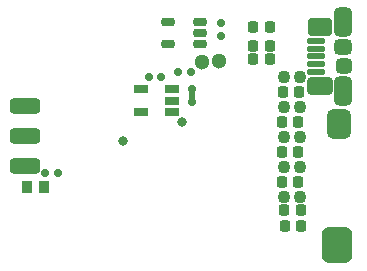
<source format=gbs>
G04 Layer_Color=16711935*
%FSLAX25Y25*%
%MOIN*%
G70*
G01*
G75*
%ADD32C,0.01969*%
%ADD44C,0.03150*%
G04:AMPARAMS|DCode=60|XSize=23.62mil|YSize=27.56mil|CornerRadius=6.89mil|HoleSize=0mil|Usage=FLASHONLY|Rotation=270.000|XOffset=0mil|YOffset=0mil|HoleType=Round|Shape=RoundedRectangle|*
%AMROUNDEDRECTD60*
21,1,0.02362,0.01378,0,0,270.0*
21,1,0.00984,0.02756,0,0,270.0*
1,1,0.01378,-0.00689,-0.00492*
1,1,0.01378,-0.00689,0.00492*
1,1,0.01378,0.00689,0.00492*
1,1,0.01378,0.00689,-0.00492*
%
%ADD60ROUNDEDRECTD60*%
G04:AMPARAMS|DCode=61|XSize=23.62mil|YSize=27.56mil|CornerRadius=6.89mil|HoleSize=0mil|Usage=FLASHONLY|Rotation=180.000|XOffset=0mil|YOffset=0mil|HoleType=Round|Shape=RoundedRectangle|*
%AMROUNDEDRECTD61*
21,1,0.02362,0.01378,0,0,180.0*
21,1,0.00984,0.02756,0,0,180.0*
1,1,0.01378,-0.00492,0.00689*
1,1,0.01378,0.00492,0.00689*
1,1,0.01378,0.00492,-0.00689*
1,1,0.01378,-0.00492,-0.00689*
%
%ADD61ROUNDEDRECTD61*%
%ADD62R,0.03543X0.03937*%
G04:AMPARAMS|DCode=67|XSize=102.36mil|YSize=51.18mil|CornerRadius=13.78mil|HoleSize=0mil|Usage=FLASHONLY|Rotation=180.000|XOffset=0mil|YOffset=0mil|HoleType=Round|Shape=RoundedRectangle|*
%AMROUNDEDRECTD67*
21,1,0.10236,0.02362,0,0,180.0*
21,1,0.07480,0.05118,0,0,180.0*
1,1,0.02756,-0.03740,0.01181*
1,1,0.02756,0.03740,0.01181*
1,1,0.02756,0.03740,-0.01181*
1,1,0.02756,-0.03740,-0.01181*
%
%ADD67ROUNDEDRECTD67*%
G04:AMPARAMS|DCode=68|XSize=39.37mil|YSize=35.43mil|CornerRadius=9.84mil|HoleSize=0mil|Usage=FLASHONLY|Rotation=270.000|XOffset=0mil|YOffset=0mil|HoleType=Round|Shape=RoundedRectangle|*
%AMROUNDEDRECTD68*
21,1,0.03937,0.01575,0,0,270.0*
21,1,0.01969,0.03543,0,0,270.0*
1,1,0.01969,-0.00787,-0.00984*
1,1,0.01969,-0.00787,0.00984*
1,1,0.01969,0.00787,0.00984*
1,1,0.01969,0.00787,-0.00984*
%
%ADD68ROUNDEDRECTD68*%
%ADD82C,0.05118*%
%ADD83C,0.04331*%
%ADD84R,0.04528X0.02756*%
G04:AMPARAMS|DCode=85|XSize=122.05mil|YSize=102.36mil|CornerRadius=26.58mil|HoleSize=0mil|Usage=FLASHONLY|Rotation=270.000|XOffset=0mil|YOffset=0mil|HoleType=Round|Shape=RoundedRectangle|*
%AMROUNDEDRECTD85*
21,1,0.12205,0.04921,0,0,270.0*
21,1,0.06890,0.10236,0,0,270.0*
1,1,0.05315,-0.02461,-0.03445*
1,1,0.05315,-0.02461,0.03445*
1,1,0.05315,0.02461,0.03445*
1,1,0.05315,0.02461,-0.03445*
%
%ADD85ROUNDEDRECTD85*%
G04:AMPARAMS|DCode=86|XSize=82.68mil|YSize=98.43mil|CornerRadius=21.65mil|HoleSize=0mil|Usage=FLASHONLY|Rotation=180.000|XOffset=0mil|YOffset=0mil|HoleType=Round|Shape=RoundedRectangle|*
%AMROUNDEDRECTD86*
21,1,0.08268,0.05512,0,0,180.0*
21,1,0.03937,0.09843,0,0,180.0*
1,1,0.04331,-0.01969,0.02756*
1,1,0.04331,0.01969,0.02756*
1,1,0.04331,0.01969,-0.02756*
1,1,0.04331,-0.01969,-0.02756*
%
%ADD86ROUNDEDRECTD86*%
G04:AMPARAMS|DCode=87|XSize=21.65mil|YSize=58.27mil|CornerRadius=6.4mil|HoleSize=0mil|Usage=FLASHONLY|Rotation=90.000|XOffset=0mil|YOffset=0mil|HoleType=Round|Shape=RoundedRectangle|*
%AMROUNDEDRECTD87*
21,1,0.02165,0.04547,0,0,90.0*
21,1,0.00886,0.05827,0,0,90.0*
1,1,0.01280,0.02274,0.00443*
1,1,0.01280,0.02274,-0.00443*
1,1,0.01280,-0.02274,-0.00443*
1,1,0.01280,-0.02274,0.00443*
%
%ADD87ROUNDEDRECTD87*%
G04:AMPARAMS|DCode=88|XSize=62.01mil|YSize=86.61mil|CornerRadius=16.49mil|HoleSize=0mil|Usage=FLASHONLY|Rotation=270.000|XOffset=0mil|YOffset=0mil|HoleType=Round|Shape=RoundedRectangle|*
%AMROUNDEDRECTD88*
21,1,0.06201,0.05364,0,0,270.0*
21,1,0.02904,0.08661,0,0,270.0*
1,1,0.03297,-0.02682,-0.01452*
1,1,0.03297,-0.02682,0.01452*
1,1,0.03297,0.02682,0.01452*
1,1,0.03297,0.02682,-0.01452*
%
%ADD88ROUNDEDRECTD88*%
G04:AMPARAMS|DCode=89|XSize=62.01mil|YSize=82.68mil|CornerRadius=16.49mil|HoleSize=0mil|Usage=FLASHONLY|Rotation=270.000|XOffset=0mil|YOffset=0mil|HoleType=Round|Shape=RoundedRectangle|*
%AMROUNDEDRECTD89*
21,1,0.06201,0.04971,0,0,270.0*
21,1,0.02904,0.08268,0,0,270.0*
1,1,0.03297,-0.02485,-0.01452*
1,1,0.03297,-0.02485,0.01452*
1,1,0.03297,0.02485,0.01452*
1,1,0.03297,0.02485,-0.01452*
%
%ADD89ROUNDEDRECTD89*%
G04:AMPARAMS|DCode=90|XSize=50.2mil|YSize=55.12mil|CornerRadius=13.53mil|HoleSize=0mil|Usage=FLASHONLY|Rotation=270.000|XOffset=0mil|YOffset=0mil|HoleType=Round|Shape=RoundedRectangle|*
%AMROUNDEDRECTD90*
21,1,0.05020,0.02805,0,0,270.0*
21,1,0.02313,0.05512,0,0,270.0*
1,1,0.02707,-0.01403,-0.01157*
1,1,0.02707,-0.01403,0.01157*
1,1,0.02707,0.01403,0.01157*
1,1,0.02707,0.01403,-0.01157*
%
%ADD90ROUNDEDRECTD90*%
G04:AMPARAMS|DCode=91|XSize=50.2mil|YSize=59.06mil|CornerRadius=13.53mil|HoleSize=0mil|Usage=FLASHONLY|Rotation=270.000|XOffset=0mil|YOffset=0mil|HoleType=Round|Shape=RoundedRectangle|*
%AMROUNDEDRECTD91*
21,1,0.05020,0.03199,0,0,270.0*
21,1,0.02313,0.05906,0,0,270.0*
1,1,0.02707,-0.01599,-0.01157*
1,1,0.02707,-0.01599,0.01157*
1,1,0.02707,0.01599,0.01157*
1,1,0.02707,0.01599,-0.01157*
%
%ADD91ROUNDEDRECTD91*%
G04:AMPARAMS|DCode=92|XSize=97.44mil|YSize=59.06mil|CornerRadius=15.75mil|HoleSize=0mil|Usage=FLASHONLY|Rotation=270.000|XOffset=0mil|YOffset=0mil|HoleType=Round|Shape=RoundedRectangle|*
%AMROUNDEDRECTD92*
21,1,0.09744,0.02756,0,0,270.0*
21,1,0.06594,0.05906,0,0,270.0*
1,1,0.03150,-0.01378,-0.03297*
1,1,0.03150,-0.01378,0.03297*
1,1,0.03150,0.01378,0.03297*
1,1,0.03150,0.01378,-0.03297*
%
%ADD92ROUNDEDRECTD92*%
G04:AMPARAMS|DCode=93|XSize=27.56mil|YSize=45.28mil|CornerRadius=7.87mil|HoleSize=0mil|Usage=FLASHONLY|Rotation=90.000|XOffset=0mil|YOffset=0mil|HoleType=Round|Shape=RoundedRectangle|*
%AMROUNDEDRECTD93*
21,1,0.02756,0.02953,0,0,90.0*
21,1,0.01181,0.04528,0,0,90.0*
1,1,0.01575,0.01476,0.00591*
1,1,0.01575,0.01476,-0.00591*
1,1,0.01575,-0.01476,-0.00591*
1,1,0.01575,-0.01476,0.00591*
%
%ADD93ROUNDEDRECTD93*%
D32*
X61614Y55216D02*
Y59744D01*
X61516Y55216D02*
X61614D01*
X61516D02*
X61614D01*
D44*
X38583Y42028D02*
D03*
X58268Y48524D02*
D03*
D60*
X12815Y31398D02*
D03*
X17106D02*
D03*
X57106Y65256D02*
D03*
X61398D02*
D03*
X47264Y63484D02*
D03*
X51555D02*
D03*
D61*
X61614Y55335D02*
D03*
Y59626D02*
D03*
X71358Y81575D02*
D03*
Y77284D02*
D03*
D62*
X6890Y26969D02*
D03*
X12402D02*
D03*
D67*
X5906Y33848D02*
D03*
Y43848D02*
D03*
Y53848D02*
D03*
D68*
X87598Y73966D02*
D03*
X82087D02*
D03*
X87598Y80315D02*
D03*
X82087D02*
D03*
X87598Y69488D02*
D03*
X82087D02*
D03*
X98100Y13780D02*
D03*
X92588D02*
D03*
X98002Y19094D02*
D03*
X92490D02*
D03*
X97116Y28425D02*
D03*
X91604D02*
D03*
X97116Y38642D02*
D03*
X91604D02*
D03*
X91634Y48524D02*
D03*
X97146D02*
D03*
X97441Y58661D02*
D03*
X91929D02*
D03*
D82*
X65158Y68602D02*
D03*
X70866Y68898D02*
D03*
D83*
X97583Y43657D02*
D03*
Y53657D02*
D03*
Y33658D02*
D03*
Y63657D02*
D03*
Y23658D02*
D03*
X92246D02*
D03*
Y33658D02*
D03*
Y43657D02*
D03*
Y53657D02*
D03*
Y63657D02*
D03*
D84*
X44783Y59350D02*
D03*
Y51870D02*
D03*
X55216D02*
D03*
Y55610D02*
D03*
Y59350D02*
D03*
D85*
X109941Y7579D02*
D03*
D86*
X110728Y47933D02*
D03*
D87*
X103122Y70374D02*
D03*
Y72933D02*
D03*
Y67815D02*
D03*
Y65256D02*
D03*
Y75492D02*
D03*
D88*
X104500Y60532D02*
D03*
D89*
X104303Y80216D02*
D03*
D90*
X112402Y67028D02*
D03*
D91*
X112205Y73425D02*
D03*
D92*
Y81988D02*
D03*
Y58760D02*
D03*
D93*
X53839Y81890D02*
D03*
Y74410D02*
D03*
X64272D02*
D03*
Y78150D02*
D03*
Y81890D02*
D03*
M02*

</source>
